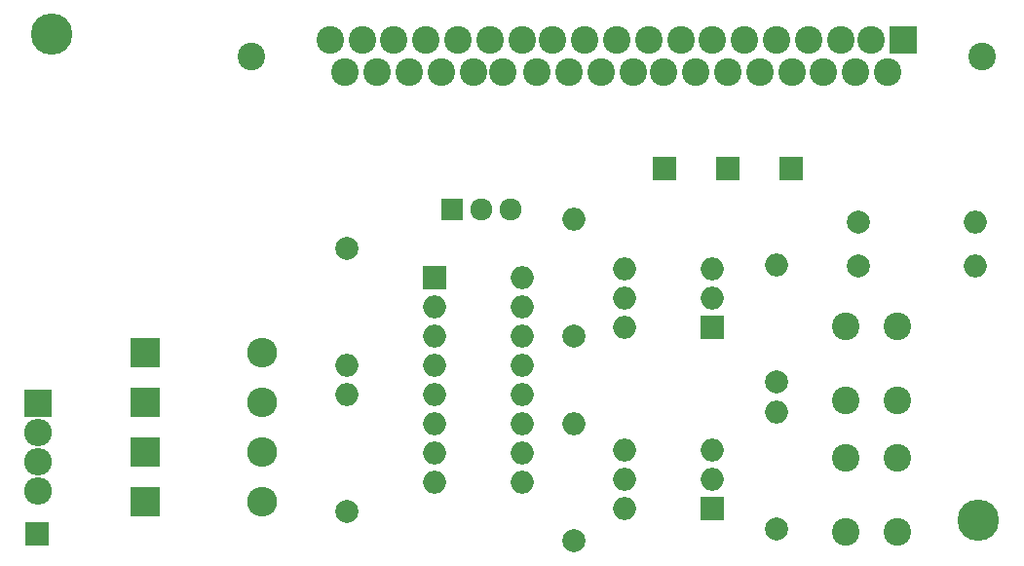
<source format=gbr>
G04 #@! TF.FileFunction,Soldermask,Bot*
%FSLAX46Y46*%
G04 Gerber Fmt 4.6, Leading zero omitted, Abs format (unit mm)*
G04 Created by KiCad (PCBNEW 4.0.6+dfsg1-1) date Sun Dec 10 15:34:36 2017*
%MOMM*%
%LPD*%
G01*
G04 APERTURE LIST*
%ADD10C,1.000000*%
%ADD11C,2.400000*%
%ADD12R,2.400000X2.400000*%
%ADD13O,2.398980X2.398980*%
%ADD14R,2.398980X2.398980*%
%ADD15C,1.920000*%
%ADD16R,1.920000X1.920000*%
%ADD17R,2.000000X2.000000*%
%ADD18O,2.000000X2.000000*%
%ADD19R,2.600000X2.600000*%
%ADD20O,2.600000X2.600000*%
%ADD21R,2.100000X2.100000*%
%ADD22C,2.000000*%
%ADD23C,3.600000*%
G04 APERTURE END LIST*
D10*
D11*
X86685001Y-53609500D03*
X150185001Y-53609500D03*
D12*
X143325001Y-52209500D03*
D11*
X140535001Y-52209500D03*
X137865001Y-52209500D03*
X135075001Y-52209500D03*
X132275001Y-52209500D03*
X129485001Y-52209500D03*
X126685001Y-52209500D03*
X124025001Y-52209500D03*
X121225001Y-52209500D03*
X118435001Y-52209500D03*
X115635001Y-52209500D03*
X112845001Y-52209500D03*
X110175001Y-52209500D03*
X107385001Y-52209500D03*
X104595001Y-52209500D03*
X101795001Y-52209500D03*
X99005001Y-52209500D03*
X96335001Y-52209500D03*
X93545001Y-52209500D03*
X141925001Y-54999500D03*
X139135001Y-54999500D03*
X136345001Y-54999500D03*
X133675001Y-54999500D03*
X130875001Y-54999500D03*
X128085001Y-54999500D03*
X125295001Y-54999500D03*
X122495001Y-54999500D03*
X119825001Y-54999500D03*
X117035001Y-54999500D03*
X114245001Y-54999500D03*
X111445001Y-54999500D03*
X108525001Y-54999500D03*
X105985001Y-54999500D03*
X103195001Y-54999500D03*
X100395001Y-54999500D03*
X97605001Y-54999500D03*
X94815001Y-54999500D03*
D13*
X68135500Y-91376500D03*
D14*
X68135500Y-83756500D03*
D13*
X68135500Y-86296500D03*
X68135500Y-88836500D03*
D11*
X142803000Y-94996000D03*
X138303000Y-94996000D03*
X142803000Y-88496000D03*
X138303000Y-88496000D03*
X142803000Y-83566000D03*
X138303000Y-83566000D03*
X142803000Y-77066000D03*
X138303000Y-77066000D03*
D15*
X106680000Y-66929000D03*
X109220000Y-66929000D03*
D16*
X104140000Y-66929000D03*
D17*
X126746000Y-77216000D03*
D18*
X119126000Y-72136000D03*
X126746000Y-74676000D03*
X119126000Y-74676000D03*
X126746000Y-72136000D03*
X119126000Y-77216000D03*
D17*
X126746000Y-92964000D03*
D18*
X119126000Y-87884000D03*
X126746000Y-90424000D03*
X119126000Y-90424000D03*
X126746000Y-87884000D03*
X119126000Y-92964000D03*
D19*
X77470000Y-88011000D03*
D20*
X87630000Y-88011000D03*
D19*
X77470000Y-79375000D03*
D20*
X87630000Y-79375000D03*
D19*
X77470000Y-92329000D03*
D20*
X87630000Y-92329000D03*
D19*
X77470000Y-83693000D03*
D20*
X87630000Y-83693000D03*
D21*
X128079500Y-63373000D03*
X122555000Y-63373000D03*
X68072000Y-95123000D03*
D22*
X139446000Y-68072000D03*
D18*
X149606000Y-68072000D03*
D22*
X139446000Y-71882000D03*
D18*
X149606000Y-71882000D03*
D22*
X132334000Y-81915000D03*
D18*
X132334000Y-71755000D03*
D22*
X132334000Y-94742000D03*
D18*
X132334000Y-84582000D03*
D22*
X114681000Y-77978000D03*
D18*
X114681000Y-67818000D03*
D22*
X94996000Y-70358000D03*
D18*
X94996000Y-80518000D03*
D22*
X114681000Y-95758000D03*
D18*
X114681000Y-85598000D03*
D22*
X94996000Y-93218000D03*
D18*
X94996000Y-83058000D03*
D17*
X102616000Y-72898000D03*
D18*
X110236000Y-90678000D03*
X102616000Y-75438000D03*
X110236000Y-88138000D03*
X102616000Y-77978000D03*
X110236000Y-85598000D03*
X102616000Y-80518000D03*
X110236000Y-83058000D03*
X102616000Y-83058000D03*
X110236000Y-80518000D03*
X102616000Y-85598000D03*
X110236000Y-77978000D03*
X102616000Y-88138000D03*
X110236000Y-75438000D03*
X102616000Y-90678000D03*
X110236000Y-72898000D03*
D23*
X69342000Y-51689000D03*
X149860000Y-93980000D03*
D21*
X133604000Y-63373000D03*
M02*

</source>
